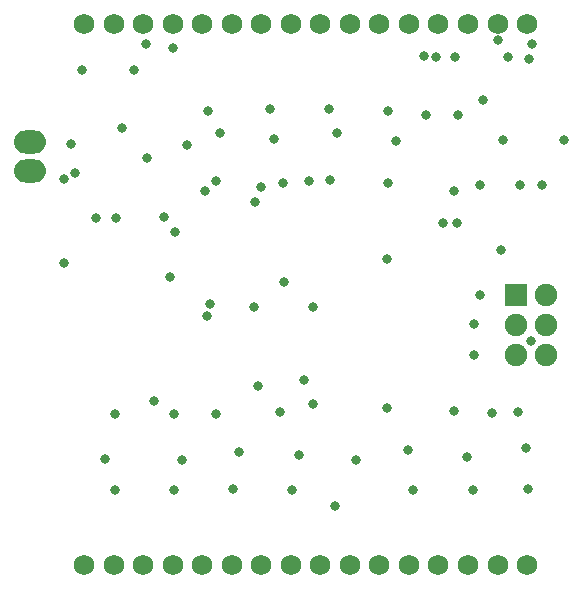
<source format=gbs>
G04 Layer_Color=16711935*
%FSLAX25Y25*%
%MOIN*%
G70*
G01*
G75*
%ADD41O,0.10642X0.07690*%
%ADD42C,0.07493*%
%ADD43R,0.07493X0.07493*%
%ADD44C,0.06800*%
%ADD45C,0.03162*%
D41*
X18504Y147047D02*
D03*
Y156890D02*
D03*
D42*
X190709Y85905D02*
D03*
X180709D02*
D03*
X190709Y95906D02*
D03*
X180709D02*
D03*
X190709Y105905D02*
D03*
D43*
X180709D02*
D03*
D44*
X36602Y15929D02*
D03*
X46445D02*
D03*
X56287D02*
D03*
X75972D02*
D03*
X66130D02*
D03*
X95657D02*
D03*
X85815D02*
D03*
X115342D02*
D03*
X105500D02*
D03*
X135028D02*
D03*
X125185D02*
D03*
X154713D02*
D03*
X144870D02*
D03*
X174398D02*
D03*
X164555D02*
D03*
X184240D02*
D03*
Y196047D02*
D03*
X164555D02*
D03*
X174398D02*
D03*
X144870D02*
D03*
X154713D02*
D03*
X125185D02*
D03*
X135028D02*
D03*
X105500D02*
D03*
X115342D02*
D03*
X85815D02*
D03*
X95657D02*
D03*
X66130D02*
D03*
X75972D02*
D03*
X56287D02*
D03*
X46445D02*
D03*
X36602D02*
D03*
D45*
X153937Y185039D02*
D03*
X160236D02*
D03*
X177953Y185071D02*
D03*
X185039Y184645D02*
D03*
X185827Y189370D02*
D03*
X196457Y157480D02*
D03*
X174409Y190945D02*
D03*
X176378Y157480D02*
D03*
X161268Y165748D02*
D03*
X189370Y142520D02*
D03*
X181890D02*
D03*
X159843Y140551D02*
D03*
X168504Y142520D02*
D03*
X150000Y185433D02*
D03*
X161024Y129921D02*
D03*
X156299D02*
D03*
X175591Y120866D02*
D03*
X169685Y170866D02*
D03*
X150394Y165748D02*
D03*
X77953Y167323D02*
D03*
X70866Y155905D02*
D03*
X57480Y151575D02*
D03*
X66142Y188189D02*
D03*
X57087Y189370D02*
D03*
X49213Y161417D02*
D03*
X80564Y143701D02*
D03*
X32087Y156102D02*
D03*
X35827Y180709D02*
D03*
X33464Y146456D02*
D03*
X76772Y140551D02*
D03*
X63386Y131890D02*
D03*
X95669Y141732D02*
D03*
X40551Y131496D02*
D03*
X93701Y137008D02*
D03*
X47244Y131496D02*
D03*
X66929Y126772D02*
D03*
X53150Y180709D02*
D03*
X109843Y77559D02*
D03*
X103150Y110236D02*
D03*
X65354Y111810D02*
D03*
X78569Y102756D02*
D03*
X93307Y101969D02*
D03*
X112992D02*
D03*
X137402Y117717D02*
D03*
X29921Y116535D02*
D03*
X77559Y98819D02*
D03*
X185512Y90551D02*
D03*
X29921Y144488D02*
D03*
X144488Y54331D02*
D03*
X146063Y40945D02*
D03*
X43701Y51181D02*
D03*
X46850Y40945D02*
D03*
X66535D02*
D03*
X86221Y41339D02*
D03*
X105905Y40945D02*
D03*
X184646Y41339D02*
D03*
X166142Y40945D02*
D03*
X81889Y159842D02*
D03*
X118110Y167717D02*
D03*
X140551Y157087D02*
D03*
X120865Y159842D02*
D03*
X100000Y157874D02*
D03*
X98425Y167717D02*
D03*
X183858Y54724D02*
D03*
X164173Y51968D02*
D03*
X120079Y35433D02*
D03*
X69291Y50787D02*
D03*
X88188Y53543D02*
D03*
X108268Y52362D02*
D03*
X127165Y50787D02*
D03*
X172441Y66535D02*
D03*
X166535Y96063D02*
D03*
X94488Y75590D02*
D03*
X166535Y85827D02*
D03*
X59842Y70472D02*
D03*
X168504Y105905D02*
D03*
X102756Y143307D02*
D03*
X111417Y143701D02*
D03*
X118504Y144095D02*
D03*
X137795Y143307D02*
D03*
Y167028D02*
D03*
X46850Y66142D02*
D03*
X66535D02*
D03*
X80709D02*
D03*
X101969Y66929D02*
D03*
X181102D02*
D03*
X159843Y67323D02*
D03*
X137402Y68110D02*
D03*
X112992Y69685D02*
D03*
M02*

</source>
